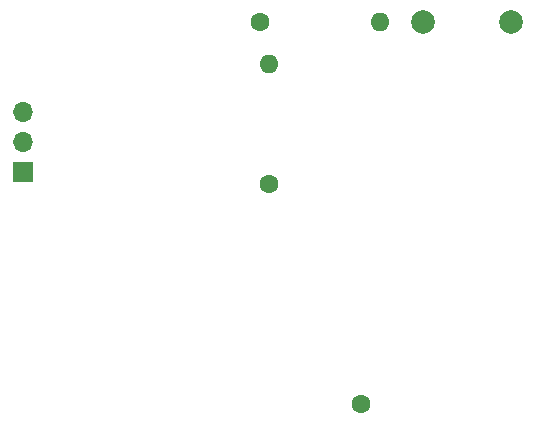
<source format=gbr>
%TF.GenerationSoftware,KiCad,Pcbnew,(6.0.10)*%
%TF.CreationDate,2023-04-06T15:57:07+02:00*%
%TF.ProjectId,616_buffer,3631365f-6275-4666-9665-722e6b696361,rev?*%
%TF.SameCoordinates,Original*%
%TF.FileFunction,Soldermask,Bot*%
%TF.FilePolarity,Negative*%
%FSLAX46Y46*%
G04 Gerber Fmt 4.6, Leading zero omitted, Abs format (unit mm)*
G04 Created by KiCad (PCBNEW (6.0.10)) date 2023-04-06 15:57:07*
%MOMM*%
%LPD*%
G01*
G04 APERTURE LIST*
%ADD10C,1.600000*%
%ADD11O,1.600000X1.600000*%
%ADD12R,1.700000X1.700000*%
%ADD13O,1.700000X1.700000*%
%ADD14C,2.000000*%
G04 APERTURE END LIST*
D10*
%TO.C,J2*%
X143480000Y-141630000D03*
%TD*%
%TO.C,R3*%
X134874000Y-109220000D03*
D11*
X145034000Y-109220000D03*
%TD*%
D10*
%TO.C,R5*%
X135636000Y-122936000D03*
D11*
X135636000Y-112776000D03*
%TD*%
D12*
%TO.C,J1*%
X114808000Y-121920000D03*
D13*
X114808000Y-119380000D03*
X114808000Y-116840000D03*
%TD*%
D14*
%TO.C,C5*%
X156150000Y-109220000D03*
X148650000Y-109220000D03*
%TD*%
M02*

</source>
